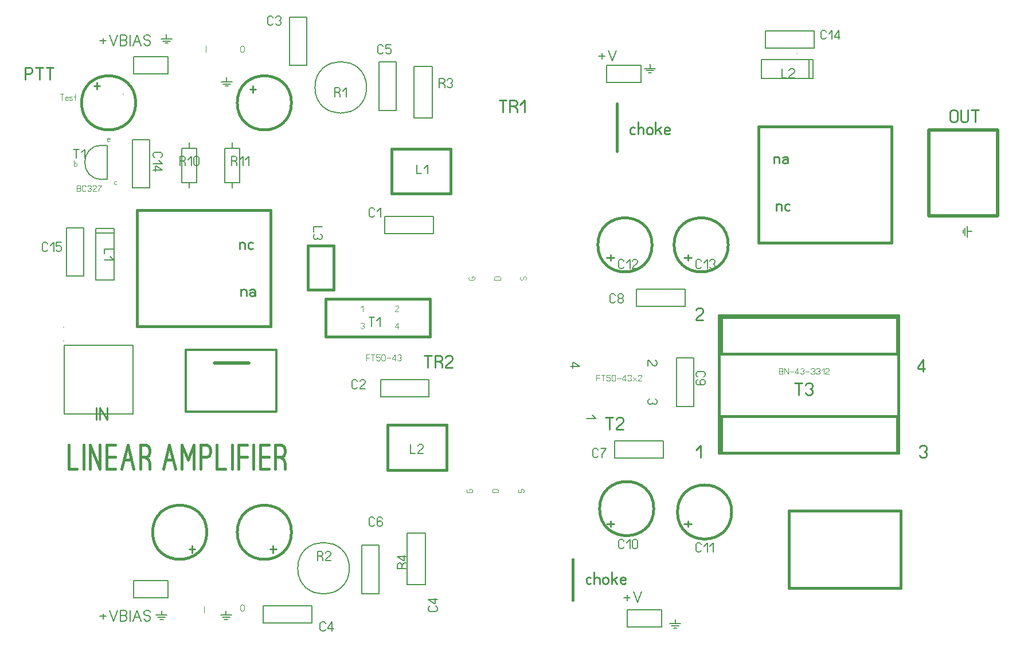
<source format=gbr>
%FSLAX34Y34*%
%MOMM*%
%LNSILK_TOP*%
G71*
G01*
%ADD10C,0.150*%
%ADD11C,0.144*%
%ADD12C,0.167*%
%ADD13C,0.111*%
%ADD14C,0.222*%
%ADD15C,0.444*%
%ADD16C,0.400*%
%ADD17C,0.200*%
%ADD18C,0.500*%
%ADD19C,0.300*%
%LPD*%
G54D10*
X80756Y432519D02*
X182356Y432519D01*
X182356Y330919D01*
X80756Y330919D01*
X80756Y432519D01*
G54D11*
X80006Y459269D02*
X80006Y459269D01*
G54D11*
X80006Y439769D02*
X80006Y439769D01*
G54D12*
X629357Y47066D02*
X631024Y46066D01*
X631857Y44066D01*
X631857Y42066D01*
X631024Y40066D01*
X629357Y39066D01*
X621024Y39066D01*
X619357Y40066D01*
X618524Y42066D01*
X618524Y44066D01*
X619357Y46066D01*
X621024Y47066D01*
G54D12*
X631857Y56734D02*
X618524Y56734D01*
X626857Y50734D01*
X628524Y50734D01*
X628524Y58734D01*
G54D13*
X682396Y531601D02*
X682396Y534268D01*
X685174Y534268D01*
X686286Y533601D01*
X686841Y532268D01*
X686841Y530935D01*
X686286Y529601D01*
X685174Y528935D01*
X679619Y528935D01*
X678508Y529601D01*
X677952Y530935D01*
X677952Y532268D01*
X678508Y533601D01*
X679619Y534268D01*
G54D13*
X724941Y528934D02*
X716052Y528935D01*
X716052Y532268D01*
X716608Y533601D01*
X717719Y534268D01*
X723274Y534268D01*
X724386Y533601D01*
X724941Y532268D01*
X724941Y528934D01*
G54D13*
X761374Y528935D02*
X762485Y529601D01*
X763041Y530935D01*
X763041Y532268D01*
X762485Y533601D01*
X761374Y534268D01*
X760263Y534268D01*
X759152Y533601D01*
X758597Y532268D01*
X758597Y530935D01*
X758041Y529601D01*
X756930Y528935D01*
X755819Y528935D01*
X754708Y529601D01*
X754152Y530935D01*
X754152Y532268D01*
X754708Y533601D01*
X755819Y534268D01*
G54D14*
X728476Y777331D02*
X728476Y795109D01*
G54D14*
X723142Y795109D02*
X733809Y795109D01*
G54D14*
X744032Y786220D02*
X748032Y783998D01*
X749365Y781776D01*
X749365Y777331D01*
G54D14*
X738698Y777332D02*
X738698Y795109D01*
X745365Y795109D01*
X748032Y793998D01*
X749365Y791776D01*
X749365Y789554D01*
X748032Y787331D01*
X745365Y786220D01*
X738698Y786220D01*
G54D14*
X754254Y788443D02*
X760921Y795109D01*
X760921Y777331D01*
G54D15*
X87331Y285112D02*
X87331Y249556D01*
X99776Y249556D01*
G54D15*
X109553Y249556D02*
X109553Y285112D01*
G54D15*
X119331Y249556D02*
X119331Y285112D01*
X133554Y249556D01*
X133554Y285112D01*
G54D15*
X155776Y249556D02*
X143331Y249556D01*
X143331Y285112D01*
X155776Y285112D01*
G54D15*
X143331Y267334D02*
X155776Y267334D01*
G54D15*
X165553Y249556D02*
X174442Y285112D01*
X183331Y249556D01*
G54D15*
X169109Y262890D02*
X179776Y262890D01*
G54D15*
X200220Y267334D02*
X205554Y262890D01*
X207332Y258445D01*
X207332Y249556D01*
G54D15*
X193109Y249556D02*
X193109Y285112D01*
X201998Y285112D01*
X205554Y282890D01*
X207332Y278445D01*
X207332Y274001D01*
X205554Y269556D01*
X201998Y267334D01*
X193109Y267334D01*
G54D15*
X227243Y249556D02*
X236132Y285112D01*
X245021Y249556D01*
G54D15*
X230799Y262890D02*
X241466Y262890D01*
G54D15*
X254799Y249556D02*
X254799Y285112D01*
X263688Y262890D01*
X272577Y285112D01*
X272577Y249556D01*
G54D15*
X282355Y249556D02*
X282355Y285112D01*
X291244Y285112D01*
X294800Y282890D01*
X296578Y278445D01*
X296578Y274001D01*
X294800Y269556D01*
X291244Y267334D01*
X282355Y267334D01*
G54D15*
X306355Y285112D02*
X306355Y249556D01*
X318800Y249556D01*
G54D15*
X328577Y249556D02*
X328577Y285112D01*
G54D15*
X338355Y249556D02*
X338355Y285112D01*
X350800Y285112D01*
G54D15*
X338355Y267334D02*
X350800Y267334D01*
G54D15*
X360577Y249556D02*
X360577Y285112D01*
G54D15*
X382800Y249556D02*
X370355Y249556D01*
X370355Y285112D01*
X382800Y285112D01*
G54D15*
X370355Y267334D02*
X382800Y267334D01*
G54D15*
X399688Y267334D02*
X405022Y262890D01*
X406800Y258445D01*
X406800Y249556D01*
G54D15*
X392577Y249556D02*
X392577Y285112D01*
X401466Y285112D01*
X405022Y282890D01*
X406800Y278445D01*
X406800Y274001D01*
X405022Y269556D01*
X401466Y267334D01*
X392577Y267334D01*
G54D14*
X1399979Y777074D02*
X1399979Y765963D01*
X1398645Y763741D01*
X1395979Y762630D01*
X1393312Y762630D01*
X1390645Y763741D01*
X1389312Y765963D01*
X1389312Y777074D01*
X1390645Y779297D01*
X1393312Y780408D01*
X1395979Y780408D01*
X1398646Y779296D01*
X1399979Y777074D01*
G54D14*
X1404868Y780408D02*
X1404868Y765963D01*
X1406201Y763741D01*
X1408868Y762630D01*
X1411535Y762630D01*
X1414201Y763741D01*
X1415535Y765963D01*
X1415535Y780408D01*
G54D14*
X1425757Y762630D02*
X1425757Y780408D01*
G54D14*
X1420424Y780408D02*
X1431091Y780408D01*
G54D12*
X579153Y106566D02*
X580820Y109566D01*
X582486Y110566D01*
X585820Y110566D01*
G54D12*
X585820Y102566D02*
X572486Y102566D01*
X572486Y107566D01*
X573320Y109566D01*
X574986Y110566D01*
X576653Y110566D01*
X578320Y109566D01*
X579153Y107566D01*
X579153Y102566D01*
G54D12*
X585820Y120234D02*
X572486Y120234D01*
X580820Y114234D01*
X582486Y114234D01*
X582486Y122234D01*
G54D16*
X558300Y315000D02*
X645612Y315000D01*
X645612Y248325D01*
X558300Y248325D01*
X558300Y315000D01*
G54D10*
G75*
G01X527274Y813857D02*
G03X527274Y813857I-38100J0D01*
G01*
G54D10*
X571064Y851574D02*
X545664Y851574D01*
X545664Y779974D01*
X571064Y779974D01*
X571064Y851574D01*
G54D16*
X563856Y656709D02*
X651169Y656709D01*
X651169Y723384D01*
X563856Y723384D01*
X563856Y656709D01*
G54D12*
X601573Y699600D02*
X601573Y686267D01*
X608573Y686267D01*
G54D12*
X612240Y694600D02*
X617240Y699600D01*
X617240Y686267D01*
G54D12*
X592335Y285802D02*
X592335Y272469D01*
X599335Y272469D01*
G54D12*
X611002Y272469D02*
X603002Y272469D01*
X603002Y273302D01*
X604002Y274969D01*
X610002Y279969D01*
X611002Y281636D01*
X611002Y283302D01*
X610002Y284969D01*
X608002Y285802D01*
X606002Y285802D01*
X604002Y284969D01*
X603002Y283302D01*
G54D16*
X466690Y445639D02*
X466690Y501202D01*
X620677Y501202D01*
X620677Y445639D01*
X466690Y445639D01*
G54D12*
X534842Y460868D02*
X534842Y474201D01*
G54D12*
X530842Y474201D02*
X538842Y474201D01*
G54D12*
X542509Y469201D02*
X547509Y474201D01*
X547509Y460868D01*
G54D16*
X478752Y580184D02*
X478752Y515096D01*
X440652Y515096D01*
X440652Y580184D01*
X478752Y580184D01*
G54D12*
X462065Y607604D02*
X448732Y607604D01*
X448732Y600604D01*
G54D12*
X459565Y596938D02*
X461232Y595938D01*
X462065Y593938D01*
X462065Y591938D01*
X461232Y589938D01*
X459565Y588938D01*
X457899Y588938D01*
X456232Y589938D01*
X455399Y591938D01*
X454565Y589938D01*
X452899Y588938D01*
X451232Y588938D01*
X449565Y589938D01*
X448732Y591938D01*
X448732Y593938D01*
X449565Y595938D01*
X451232Y596938D01*
G54D10*
X554314Y597259D02*
X554314Y622660D01*
X625914Y622659D01*
X625914Y597259D01*
X554314Y597259D01*
G54D10*
X547963Y355960D02*
X547963Y381360D01*
X619564Y381360D01*
X619563Y355960D01*
X547963Y355960D01*
G54D14*
X885659Y308343D02*
X885659Y326120D01*
G54D14*
X880326Y326120D02*
X890993Y326120D01*
G54D14*
X906549Y308343D02*
X895882Y308343D01*
X895882Y309454D01*
X897215Y311676D01*
X905215Y318343D01*
X906549Y320565D01*
X906549Y322787D01*
X905215Y325009D01*
X902549Y326120D01*
X899882Y326120D01*
X897215Y325009D01*
X895882Y322787D01*
G54D13*
X679222Y217276D02*
X679222Y219943D01*
X681999Y219943D01*
X683110Y219276D01*
X683666Y217943D01*
X683666Y216610D01*
X683110Y215276D01*
X681999Y214610D01*
X676444Y214610D01*
X675333Y215276D01*
X674777Y216610D01*
X674777Y217943D01*
X675333Y219276D01*
X676444Y219943D01*
G54D13*
X721766Y214610D02*
X712877Y214610D01*
X712877Y217943D01*
X713432Y219276D01*
X714544Y219943D01*
X720099Y219943D01*
X721210Y219276D01*
X721766Y217943D01*
X721766Y214610D01*
G54D13*
X758199Y214610D02*
X759310Y215276D01*
X759866Y216610D01*
X759866Y217943D01*
X759310Y219276D01*
X758199Y219943D01*
X757088Y219943D01*
X755977Y219276D01*
X755422Y217943D01*
X755422Y216610D01*
X754866Y215276D01*
X753755Y214610D01*
X752644Y214610D01*
X751532Y215276D01*
X750977Y216610D01*
X750977Y217943D01*
X751533Y219276D01*
X752644Y219943D01*
G54D16*
X1047775Y273700D02*
X1312888Y273700D01*
X1312888Y476900D01*
X1047775Y476900D01*
X1047775Y273700D01*
G54D16*
X1050950Y419750D02*
X1311300Y419750D01*
X1311300Y473725D01*
X1050950Y473725D01*
X1050950Y419750D01*
G54D16*
X1050950Y273700D02*
X1311300Y273700D01*
X1311300Y327675D01*
X1050950Y327675D01*
X1050950Y273700D01*
G54D12*
X860846Y329262D02*
X865846Y324262D01*
X852512Y324262D01*
G54D12*
X943000Y402225D02*
X943000Y410225D01*
X943833Y410225D01*
X945500Y409225D01*
X950500Y403225D01*
X952167Y402225D01*
X953833Y402225D01*
X955500Y403225D01*
X956333Y405225D01*
X956333Y407225D01*
X955500Y409225D01*
X953833Y410225D01*
G54D12*
X828700Y401050D02*
X842033Y401050D01*
X833700Y407050D01*
X832033Y407050D01*
X832033Y399050D01*
G54D12*
X953833Y353075D02*
X955500Y352075D01*
X956333Y350075D01*
X956333Y348075D01*
X955500Y346075D01*
X953833Y345075D01*
X952167Y345075D01*
X950500Y346075D01*
X949667Y348075D01*
X948833Y346075D01*
X947167Y345075D01*
X945500Y345075D01*
X943833Y346075D01*
X943000Y348075D01*
X943000Y350075D01*
X943833Y352075D01*
X945500Y353075D01*
G54D10*
X1010802Y342385D02*
X985401Y342385D01*
X985402Y413985D01*
X1010802Y413985D01*
X1010802Y342385D01*
G54D14*
X882103Y168413D02*
X892770Y168413D01*
G54D14*
X887436Y172857D02*
X887436Y163968D01*
G54D14*
X996403Y168413D02*
X1007070Y168413D01*
G54D14*
X1001736Y172857D02*
X1001736Y163968D01*
G54D14*
X882103Y562113D02*
X892770Y562113D01*
G54D14*
X887436Y566557D02*
X887436Y557668D01*
G54D14*
X996403Y562113D02*
X1007070Y562113D01*
G54D14*
X1001736Y566557D02*
X1001736Y557668D01*
G54D17*
X869984Y859993D02*
X879584Y859993D01*
G54D17*
X874784Y863993D02*
X874784Y855993D01*
G54D17*
X883984Y868993D02*
X889984Y852993D01*
X895984Y868993D01*
G54D10*
X932974Y846429D02*
X932974Y821028D01*
X882174Y821029D01*
X882174Y846429D01*
X932974Y846429D01*
G54D17*
X945763Y848103D02*
X945763Y841753D01*
G54D17*
X953701Y841753D02*
X937826Y841753D01*
G54D17*
X940207Y838578D02*
X951319Y838578D01*
G54D17*
X948144Y835403D02*
X943382Y835403D01*
G54D17*
X907284Y59093D02*
X916884Y59093D01*
G54D17*
X912084Y63093D02*
X912084Y55093D01*
G54D17*
X921284Y68093D02*
X927284Y52093D01*
X933284Y68093D01*
G54D10*
X962974Y41728D02*
X962974Y16328D01*
X912174Y16329D01*
X912174Y41729D01*
X962974Y41728D01*
G54D17*
X983063Y27203D02*
X983063Y20853D01*
G54D17*
X991001Y20853D02*
X975126Y20853D01*
G54D17*
X977507Y17678D02*
X988619Y17678D01*
G54D17*
X985444Y14503D02*
X980682Y14503D01*
G54D10*
G75*
G01X501874Y102851D02*
G03X501874Y102851I-38100J0D01*
G01*
G54D10*
X545664Y65134D02*
X520264Y65134D01*
X520264Y136734D01*
X545664Y136734D01*
X545664Y65134D01*
G54D17*
X133384Y882693D02*
X142984Y882693D01*
G54D17*
X138184Y886693D02*
X138184Y878693D01*
G54D17*
X147384Y891693D02*
X153384Y875693D01*
X159384Y891693D01*
G54D17*
X163784Y875693D02*
X163784Y891693D01*
X169784Y891693D01*
X172184Y890693D01*
X173384Y888693D01*
X173384Y886693D01*
X172184Y884693D01*
X169784Y883693D01*
X172184Y882693D01*
X173384Y880693D01*
X173384Y878693D01*
X172184Y876693D01*
X169784Y875693D01*
X163784Y875693D01*
G54D17*
X163784Y883693D02*
X169784Y883693D01*
G54D17*
X177784Y875693D02*
X177784Y891693D01*
G54D17*
X182184Y875693D02*
X188184Y891693D01*
X194184Y875693D01*
G54D17*
X184584Y881693D02*
X191784Y881693D01*
G54D17*
X198584Y878693D02*
X199784Y876693D01*
X202184Y875693D01*
X204584Y875693D01*
X206984Y876693D01*
X208184Y878693D01*
X208184Y880693D01*
X206984Y882693D01*
X204584Y883693D01*
X202184Y883693D01*
X199784Y884693D01*
X198584Y886693D01*
X198584Y888693D01*
X199784Y890693D01*
X202184Y891693D01*
X204584Y891693D01*
X206984Y890693D01*
X208184Y888693D01*
G54D10*
X234474Y859129D02*
X234474Y833728D01*
X183674Y833729D01*
X183674Y859129D01*
X234474Y859129D01*
G54D17*
X231872Y892082D02*
X231873Y885732D01*
G54D17*
X239810Y885732D02*
X223935Y885732D01*
G54D17*
X226316Y882557D02*
X237429Y882557D01*
G54D17*
X234254Y879382D02*
X229492Y879382D01*
G54D17*
X133384Y31792D02*
X142984Y31792D01*
G54D17*
X138184Y35792D02*
X138184Y27792D01*
G54D17*
X147384Y40792D02*
X153384Y24792D01*
X159384Y40792D01*
G54D17*
X163784Y24792D02*
X163784Y40792D01*
X169784Y40792D01*
X172184Y39792D01*
X173384Y37792D01*
X173384Y35792D01*
X172184Y33792D01*
X169784Y32792D01*
X172184Y31792D01*
X173384Y29792D01*
X173384Y27792D01*
X172184Y25792D01*
X169784Y24792D01*
X163784Y24792D01*
G54D17*
X163784Y32792D02*
X169784Y32792D01*
G54D17*
X177784Y24792D02*
X177784Y40792D01*
G54D17*
X182184Y24792D02*
X188184Y40792D01*
X194184Y24792D01*
G54D17*
X184584Y30792D02*
X191784Y30792D01*
G54D17*
X198584Y27792D02*
X199784Y25792D01*
X202184Y24792D01*
X204584Y24792D01*
X206984Y25792D01*
X208184Y27792D01*
X208184Y29792D01*
X206984Y31792D01*
X204584Y32792D01*
X202184Y32792D01*
X199784Y33792D01*
X198584Y35792D01*
X198584Y37792D01*
X199784Y39792D01*
X202184Y40792D01*
X204584Y40792D01*
X206984Y39792D01*
X208184Y37792D01*
G54D10*
X234474Y84428D02*
X234474Y59028D01*
X183674Y59029D01*
X183674Y84429D01*
X234474Y84428D01*
G54D17*
X224563Y39903D02*
X224563Y33553D01*
G54D17*
X232501Y33553D02*
X216626Y33553D01*
G54D17*
X219007Y30378D02*
X230119Y30378D01*
G54D17*
X226944Y27203D02*
X222182Y27203D01*
G54D10*
X154452Y528854D02*
X127052Y528854D01*
X127052Y605054D01*
X154452Y605054D01*
X154452Y528854D01*
G54D10*
X127052Y598754D02*
X154452Y598754D01*
G54D10*
X84294Y534680D02*
X109694Y534680D01*
X109694Y606280D01*
X84294Y606280D01*
X84294Y534680D01*
G54D12*
X153818Y574636D02*
X140485Y574636D01*
X140485Y567636D01*
G54D12*
X148818Y563969D02*
X153818Y558969D01*
X140485Y558969D01*
G54D10*
X136659Y728421D02*
X144659Y728421D01*
X144659Y677695D01*
X136659Y677695D01*
G54D10*
G75*
G01X136697Y728551D02*
G03X136697Y677551I0J-25500D01*
G01*
G54D10*
X181562Y665341D02*
X206962Y665341D01*
X206962Y736941D01*
X181562Y736941D01*
X181562Y665341D01*
G54D12*
X214853Y709964D02*
X213187Y710964D01*
X212353Y712964D01*
X212353Y714964D01*
X213187Y716964D01*
X214853Y717964D01*
X223187Y717964D01*
X224853Y716964D01*
X225687Y714964D01*
X225687Y712964D01*
X224853Y710964D01*
X223187Y709964D01*
G54D12*
X220687Y706298D02*
X225687Y701298D01*
X212353Y701298D01*
G54D12*
X212353Y691630D02*
X225687Y691630D01*
X217353Y697630D01*
X215687Y697630D01*
X215687Y689630D01*
G54D10*
X276639Y673244D02*
X254464Y673244D01*
X254464Y723944D01*
X276639Y723944D01*
X276639Y673244D01*
G54D10*
X265551Y673044D02*
X265551Y665144D01*
G54D10*
X265551Y724044D02*
X265551Y731944D01*
G54D10*
X340139Y673244D02*
X317964Y673244D01*
X317964Y723944D01*
X340138Y723944D01*
X340139Y673244D01*
G54D10*
X329051Y673044D02*
X329051Y665144D01*
G54D10*
X329051Y724044D02*
X329051Y731944D01*
G54D18*
X302516Y406307D02*
X353316Y406307D01*
G54D18*
X1459482Y624031D02*
X1357882Y624031D01*
X1357882Y751031D01*
X1459482Y751031D01*
X1459482Y624031D01*
G54D14*
X23116Y825407D02*
X23116Y843185D01*
X29783Y843185D01*
X32449Y842074D01*
X33783Y839851D01*
X33783Y837629D01*
X32449Y835407D01*
X29783Y834296D01*
X23116Y834296D01*
G54D14*
X44005Y825407D02*
X44005Y843185D01*
G54D14*
X38672Y843185D02*
X49339Y843185D01*
G54D14*
X59561Y825407D02*
X59561Y843185D01*
G54D14*
X54228Y843185D02*
X64895Y843185D01*
G54D14*
X617976Y399832D02*
X617976Y417609D01*
G54D14*
X612642Y417609D02*
X623309Y417609D01*
G54D14*
X633532Y408720D02*
X637532Y406498D01*
X638865Y404276D01*
X638865Y399832D01*
G54D14*
X628198Y399832D02*
X628198Y417609D01*
X634865Y417609D01*
X637532Y416498D01*
X638865Y414276D01*
X638865Y412054D01*
X637532Y409832D01*
X634865Y408720D01*
X628198Y408720D01*
G54D14*
X654421Y399832D02*
X643754Y399832D01*
X643754Y400943D01*
X645088Y403165D01*
X653088Y409832D01*
X654421Y412054D01*
X654421Y414276D01*
X653088Y416498D01*
X650421Y417609D01*
X647754Y417609D01*
X645088Y416498D01*
X643754Y414276D01*
G54D14*
X1013716Y277718D02*
X1020383Y284385D01*
X1020383Y266607D01*
G54D14*
X1024383Y469807D02*
X1013716Y469807D01*
X1013716Y470918D01*
X1015049Y473140D01*
X1023049Y479807D01*
X1024383Y482029D01*
X1024383Y484251D01*
X1023049Y486474D01*
X1020383Y487585D01*
X1017716Y487585D01*
X1015049Y486474D01*
X1013716Y484251D01*
G54D14*
X1343916Y281052D02*
X1345249Y283274D01*
X1347916Y284385D01*
X1350583Y284385D01*
X1353249Y283274D01*
X1354583Y281052D01*
X1354583Y278829D01*
X1353249Y276607D01*
X1350583Y275496D01*
X1353249Y274385D01*
X1354583Y272162D01*
X1354583Y269940D01*
X1353249Y267718D01*
X1350583Y266607D01*
X1347916Y266607D01*
X1345249Y267718D01*
X1343916Y269940D01*
G54D14*
X1349216Y393607D02*
X1349216Y411385D01*
X1341216Y400274D01*
X1341216Y398051D01*
X1351883Y398051D01*
G54D14*
X1165059Y359143D02*
X1165059Y376920D01*
G54D14*
X1159726Y376920D02*
X1170393Y376920D01*
G54D14*
X1175282Y373587D02*
X1176615Y375809D01*
X1179282Y376920D01*
X1181949Y376920D01*
X1184615Y375809D01*
X1185949Y373587D01*
X1185949Y371365D01*
X1184615Y369143D01*
X1181949Y368032D01*
X1184615Y366920D01*
X1185949Y364698D01*
X1185949Y362476D01*
X1184615Y360254D01*
X1181949Y359143D01*
X1179282Y359143D01*
X1176615Y360254D01*
X1175282Y362476D01*
G54D13*
X518416Y488063D02*
X521749Y491396D01*
X521749Y482507D01*
G54D13*
X518416Y464329D02*
X519083Y465440D01*
X520416Y465996D01*
X521749Y465996D01*
X523083Y465440D01*
X523749Y464329D01*
X523749Y463218D01*
X523083Y462107D01*
X521749Y461551D01*
X523083Y460996D01*
X523749Y459885D01*
X523749Y458774D01*
X523083Y457663D01*
X521749Y457107D01*
X520416Y457107D01*
X519083Y457663D01*
X518416Y458774D01*
G54D13*
X574549Y482507D02*
X569216Y482507D01*
X569216Y483063D01*
X569883Y484174D01*
X573883Y487507D01*
X574549Y488618D01*
X574549Y489729D01*
X573883Y490840D01*
X572549Y491396D01*
X571216Y491396D01*
X569883Y490840D01*
X569216Y489729D01*
G54D13*
X573216Y457107D02*
X573216Y465996D01*
X569216Y460440D01*
X569216Y459329D01*
X574549Y459329D01*
G54D12*
X389416Y908707D02*
X388416Y907040D01*
X386416Y906207D01*
X384416Y906207D01*
X382416Y907040D01*
X381416Y908707D01*
X381416Y917040D01*
X382416Y918707D01*
X384416Y919540D01*
X386416Y919540D01*
X388416Y918707D01*
X389416Y917040D01*
G54D12*
X393083Y917040D02*
X394083Y918707D01*
X396083Y919540D01*
X398083Y919540D01*
X400083Y918707D01*
X401083Y917040D01*
X401083Y915374D01*
X400083Y913707D01*
X398083Y912874D01*
X400083Y912040D01*
X401083Y910374D01*
X401083Y908707D01*
X400083Y907040D01*
X398083Y906207D01*
X396083Y906207D01*
X394083Y907040D01*
X393083Y908707D01*
G54D12*
X484316Y806674D02*
X487316Y805007D01*
X488316Y803340D01*
X488316Y800007D01*
G54D12*
X480316Y800007D02*
X480316Y813340D01*
X485316Y813340D01*
X487316Y812507D01*
X488316Y810840D01*
X488316Y809174D01*
X487316Y807507D01*
X485316Y806674D01*
X480316Y806674D01*
G54D12*
X491983Y808340D02*
X496983Y813340D01*
X496983Y800007D01*
G54D12*
X551816Y866007D02*
X550816Y864340D01*
X548816Y863507D01*
X546816Y863507D01*
X544816Y864340D01*
X543816Y866007D01*
X543816Y874340D01*
X544816Y876007D01*
X546816Y876840D01*
X548816Y876840D01*
X550816Y876007D01*
X551816Y874340D01*
G54D12*
X563483Y876840D02*
X555483Y876840D01*
X555483Y871007D01*
X556483Y871007D01*
X558483Y871840D01*
X560483Y871840D01*
X562483Y871007D01*
X563483Y869340D01*
X563483Y866007D01*
X562483Y864340D01*
X560483Y863507D01*
X558483Y863507D01*
X556483Y864340D01*
X555483Y866007D01*
G54D12*
X638616Y820174D02*
X641616Y818507D01*
X642616Y816840D01*
X642616Y813507D01*
G54D12*
X634616Y813507D02*
X634616Y826840D01*
X639616Y826840D01*
X641616Y826007D01*
X642616Y824340D01*
X642616Y822674D01*
X641616Y821007D01*
X639616Y820174D01*
X634616Y820174D01*
G54D12*
X646283Y824340D02*
X647283Y826007D01*
X649283Y826840D01*
X651283Y826840D01*
X653283Y826007D01*
X654283Y824340D01*
X654283Y822674D01*
X653283Y821007D01*
X651283Y820174D01*
X653283Y819340D01*
X654283Y817674D01*
X654283Y816007D01*
X653283Y814340D01*
X651283Y813507D01*
X649283Y813507D01*
X647283Y814340D01*
X646283Y816007D01*
G54D12*
X539116Y624707D02*
X538116Y623040D01*
X536116Y622207D01*
X534116Y622207D01*
X532116Y623040D01*
X531116Y624707D01*
X531116Y633040D01*
X532116Y634707D01*
X534116Y635540D01*
X536116Y635540D01*
X538116Y634707D01*
X539116Y633040D01*
G54D12*
X542783Y630540D02*
X547783Y635540D01*
X547783Y622207D01*
G54D12*
X466716Y12507D02*
X465716Y10840D01*
X463716Y10007D01*
X461716Y10007D01*
X459716Y10840D01*
X458716Y12507D01*
X458716Y20840D01*
X459716Y22507D01*
X461716Y23340D01*
X463716Y23340D01*
X465716Y22507D01*
X466716Y20840D01*
G54D12*
X476383Y10007D02*
X476383Y23340D01*
X470383Y15007D01*
X470383Y13340D01*
X478383Y13340D01*
G54D12*
X458916Y120874D02*
X461916Y119207D01*
X462916Y117540D01*
X462916Y114207D01*
G54D12*
X454916Y114207D02*
X454916Y127540D01*
X459916Y127540D01*
X461916Y126707D01*
X462916Y125040D01*
X462916Y123374D01*
X461916Y121707D01*
X459916Y120874D01*
X454916Y120874D01*
G54D12*
X474583Y114207D02*
X466583Y114207D01*
X466583Y115040D01*
X467583Y116707D01*
X473583Y121707D01*
X474583Y123374D01*
X474583Y125040D01*
X473583Y126707D01*
X471583Y127540D01*
X469583Y127540D01*
X467583Y126707D01*
X466583Y125040D01*
G54D12*
X539116Y167507D02*
X538116Y165840D01*
X536116Y165007D01*
X534116Y165007D01*
X532116Y165840D01*
X531116Y167507D01*
X531116Y175840D01*
X532116Y177507D01*
X534116Y178340D01*
X536116Y178340D01*
X538116Y177507D01*
X539116Y175840D01*
G54D12*
X550783Y175840D02*
X549783Y177507D01*
X547783Y178340D01*
X545783Y178340D01*
X543783Y177507D01*
X542783Y175840D01*
X542783Y171674D01*
X542783Y170840D01*
X545783Y172507D01*
X547783Y172507D01*
X549783Y171674D01*
X550783Y170007D01*
X550783Y167507D01*
X549783Y165840D01*
X547783Y165007D01*
X545783Y165007D01*
X543783Y165840D01*
X542783Y167507D01*
X542783Y171674D01*
G54D12*
X513716Y370707D02*
X512716Y369040D01*
X510716Y368207D01*
X508716Y368207D01*
X506716Y369040D01*
X505716Y370707D01*
X505716Y379040D01*
X506716Y380707D01*
X508716Y381540D01*
X510716Y381540D01*
X512716Y380707D01*
X513716Y379040D01*
G54D12*
X525383Y368207D02*
X517383Y368207D01*
X517383Y369040D01*
X518383Y370707D01*
X524383Y375707D01*
X525383Y377374D01*
X525383Y379040D01*
X524383Y380707D01*
X522383Y381540D01*
X520383Y381540D01*
X518383Y380707D01*
X517383Y379040D01*
G54D12*
X98716Y709207D02*
X98716Y722540D01*
G54D12*
X94716Y722540D02*
X102716Y722540D01*
G54D12*
X106383Y717540D02*
X111383Y722540D01*
X111383Y709207D01*
G54D12*
X255716Y705074D02*
X258716Y703407D01*
X259716Y701740D01*
X259716Y698407D01*
G54D12*
X251716Y698407D02*
X251716Y711740D01*
X256716Y711740D01*
X258716Y710907D01*
X259716Y709240D01*
X259716Y707574D01*
X258716Y705907D01*
X256716Y705074D01*
X251716Y705074D01*
G54D12*
X263383Y706740D02*
X268383Y711740D01*
X268383Y698407D01*
G54D12*
X280050Y709240D02*
X280050Y700907D01*
X279050Y699240D01*
X277050Y698407D01*
X275050Y698407D01*
X273050Y699240D01*
X272050Y700907D01*
X272050Y709240D01*
X273050Y710907D01*
X275050Y711740D01*
X277050Y711740D01*
X279050Y710907D01*
X280050Y709240D01*
G54D12*
X331916Y705074D02*
X334916Y703407D01*
X335916Y701740D01*
X335916Y698407D01*
G54D12*
X327916Y698407D02*
X327916Y711740D01*
X332916Y711740D01*
X334916Y710907D01*
X335916Y709240D01*
X335916Y707574D01*
X334916Y705907D01*
X332916Y705074D01*
X327916Y705074D01*
G54D12*
X339583Y706740D02*
X344583Y711740D01*
X344583Y698407D01*
G54D12*
X348250Y706740D02*
X353250Y711740D01*
X353250Y698407D01*
G54D12*
X56516Y573907D02*
X55516Y572240D01*
X53516Y571407D01*
X51516Y571407D01*
X49516Y572240D01*
X48516Y573907D01*
X48516Y582240D01*
X49516Y583907D01*
X51516Y584740D01*
X53516Y584740D01*
X55516Y583907D01*
X56516Y582240D01*
G54D12*
X60183Y579740D02*
X65183Y584740D01*
X65183Y571407D01*
G54D12*
X76850Y584740D02*
X68850Y584740D01*
X68850Y578907D01*
X69850Y578907D01*
X71850Y579740D01*
X73850Y579740D01*
X75850Y578907D01*
X76850Y577240D01*
X76850Y573907D01*
X75850Y572240D01*
X73850Y571407D01*
X71850Y571407D01*
X69850Y572240D01*
X68850Y573907D01*
G54D12*
X1016216Y385607D02*
X1014549Y386607D01*
X1013716Y388607D01*
X1013716Y390607D01*
X1014549Y392607D01*
X1016216Y393607D01*
X1024549Y393607D01*
X1026216Y392607D01*
X1027049Y390607D01*
X1027049Y388607D01*
X1026216Y386607D01*
X1024549Y385607D01*
G54D12*
X1016216Y381940D02*
X1014549Y380940D01*
X1013716Y378940D01*
X1013716Y376940D01*
X1014549Y374940D01*
X1016216Y373940D01*
X1020383Y373940D01*
X1021216Y373940D01*
X1019549Y376940D01*
X1019549Y378940D01*
X1020383Y380940D01*
X1022049Y381940D01*
X1024549Y381940D01*
X1026216Y380940D01*
X1027049Y378940D01*
X1027049Y376940D01*
X1026216Y374940D01*
X1024549Y373940D01*
X1020383Y373940D01*
G54D10*
X997711Y489963D02*
X997712Y515363D01*
X926111Y515363D01*
X926111Y489963D01*
X997711Y489963D01*
G54D10*
X893894Y291251D02*
X893893Y265850D01*
X965494Y265850D01*
X965493Y291250D01*
X893894Y291251D01*
G54D12*
X1162652Y864116D02*
X1162652Y864116D01*
G54D12*
X869316Y269107D02*
X868316Y267440D01*
X866316Y266607D01*
X864316Y266607D01*
X862316Y267440D01*
X861316Y269107D01*
X861316Y277440D01*
X862316Y279107D01*
X864316Y279940D01*
X866316Y279940D01*
X868316Y279107D01*
X869316Y277440D01*
G54D12*
X872983Y279940D02*
X880983Y279940D01*
X879983Y278274D01*
X877983Y275774D01*
X875983Y272440D01*
X874983Y269940D01*
X874983Y266607D01*
G54D12*
X894716Y497707D02*
X893716Y496040D01*
X891716Y495207D01*
X889716Y495207D01*
X887716Y496040D01*
X886716Y497707D01*
X886716Y506040D01*
X887716Y507707D01*
X889716Y508540D01*
X891716Y508540D01*
X893716Y507707D01*
X894716Y506040D01*
G54D12*
X903383Y501874D02*
X901383Y501874D01*
X899383Y502707D01*
X898383Y504374D01*
X898383Y506040D01*
X899383Y507707D01*
X901383Y508540D01*
X903383Y508540D01*
X905383Y507707D01*
X906383Y506040D01*
X906383Y504374D01*
X905383Y502707D01*
X903383Y501874D01*
X905383Y501040D01*
X906383Y499374D01*
X906383Y497707D01*
X905383Y496040D01*
X903383Y495207D01*
X901383Y495207D01*
X899383Y496040D01*
X898383Y497707D01*
X898383Y499374D01*
X899383Y501040D01*
X901383Y501874D01*
G54D12*
X907416Y134807D02*
X906416Y133140D01*
X904416Y132307D01*
X902416Y132307D01*
X900416Y133140D01*
X899416Y134807D01*
X899416Y143140D01*
X900416Y144807D01*
X902416Y145640D01*
X904416Y145640D01*
X906416Y144807D01*
X907416Y143140D01*
G54D12*
X911083Y140640D02*
X916083Y145640D01*
X916083Y132307D01*
G54D12*
X927750Y143140D02*
X927750Y134807D01*
X926750Y133140D01*
X924750Y132307D01*
X922750Y132307D01*
X920750Y133140D01*
X919750Y134807D01*
X919750Y143140D01*
X920750Y144807D01*
X922750Y145640D01*
X924750Y145640D01*
X926750Y144807D01*
X927750Y143140D01*
G54D12*
X1021716Y129807D02*
X1020716Y128140D01*
X1018716Y127307D01*
X1016716Y127307D01*
X1014716Y128140D01*
X1013716Y129807D01*
X1013716Y138140D01*
X1014716Y139807D01*
X1016716Y140640D01*
X1018716Y140640D01*
X1020716Y139807D01*
X1021716Y138140D01*
G54D12*
X1025383Y135640D02*
X1030383Y140640D01*
X1030383Y127307D01*
G54D12*
X1034050Y135640D02*
X1039050Y140640D01*
X1039050Y127307D01*
G54D12*
X907416Y548507D02*
X906416Y546840D01*
X904416Y546007D01*
X902416Y546007D01*
X900416Y546840D01*
X899416Y548507D01*
X899416Y556840D01*
X900416Y558507D01*
X902416Y559340D01*
X904416Y559340D01*
X906416Y558507D01*
X907416Y556840D01*
G54D12*
X911083Y554340D02*
X916083Y559340D01*
X916083Y546007D01*
G54D12*
X927750Y546007D02*
X919750Y546007D01*
X919750Y546840D01*
X920750Y548507D01*
X926750Y553507D01*
X927750Y555174D01*
X927750Y556840D01*
X926750Y558507D01*
X924750Y559340D01*
X922750Y559340D01*
X920750Y558507D01*
X919750Y556840D01*
G54D12*
X1021716Y548507D02*
X1020716Y546840D01*
X1018716Y546007D01*
X1016716Y546007D01*
X1014716Y546840D01*
X1013716Y548507D01*
X1013716Y556840D01*
X1014716Y558507D01*
X1016716Y559340D01*
X1018716Y559340D01*
X1020716Y558507D01*
X1021716Y556840D01*
G54D12*
X1025383Y554340D02*
X1030383Y559340D01*
X1030383Y546007D01*
G54D12*
X1034050Y556840D02*
X1035050Y558507D01*
X1037050Y559340D01*
X1039050Y559340D01*
X1041050Y558507D01*
X1042050Y556840D01*
X1042050Y555174D01*
X1041050Y553507D01*
X1039050Y552674D01*
X1041050Y551840D01*
X1042050Y550174D01*
X1042050Y548507D01*
X1041050Y546840D01*
X1039050Y546007D01*
X1037050Y546007D01*
X1035050Y546840D01*
X1034050Y548507D01*
G54D10*
X1110478Y827485D02*
X1110478Y854885D01*
X1186678Y854885D01*
X1186678Y827485D01*
X1110478Y827485D01*
G54D10*
X1180378Y854885D02*
X1180378Y827485D01*
G54D10*
X1116304Y897643D02*
X1116304Y872243D01*
X1187904Y872243D01*
X1187904Y897643D01*
X1116304Y897643D01*
G54D12*
X1140588Y841466D02*
X1140588Y828133D01*
X1147588Y828133D01*
G54D12*
X1159255Y828133D02*
X1151255Y828133D01*
X1151255Y828966D01*
X1152255Y830633D01*
X1158255Y835633D01*
X1159255Y837300D01*
X1159255Y838966D01*
X1158255Y840633D01*
X1156255Y841466D01*
X1154255Y841466D01*
X1152255Y840633D01*
X1151255Y838966D01*
G54D19*
X260375Y426100D02*
X393725Y426100D01*
X393725Y334025D01*
X260375Y334025D01*
X260375Y426100D01*
G54D14*
X128362Y322255D02*
X128362Y340033D01*
G54D14*
X133251Y322255D02*
X133251Y340033D01*
X143918Y322255D01*
X143918Y340033D01*
G54D16*
X1150889Y187967D02*
X1315989Y187967D01*
X1315989Y73667D01*
X1150889Y73667D01*
X1150889Y187967D01*
G54D12*
X1206239Y887667D02*
X1205239Y886000D01*
X1203239Y885167D01*
X1201239Y885167D01*
X1199239Y886000D01*
X1198239Y887667D01*
X1198239Y896000D01*
X1199239Y897667D01*
X1201239Y898500D01*
X1203239Y898500D01*
X1205239Y897667D01*
X1206239Y896000D01*
G54D12*
X1209906Y893500D02*
X1214906Y898500D01*
X1214906Y885167D01*
G54D12*
X1224573Y885167D02*
X1224573Y898500D01*
X1218573Y890167D01*
X1218573Y888500D01*
X1226573Y888500D01*
G54D13*
X290189Y866117D02*
X290189Y875006D01*
G54D13*
X346322Y873339D02*
X346322Y867784D01*
X345656Y866673D01*
X344322Y866117D01*
X342989Y866117D01*
X341656Y866673D01*
X340989Y867784D01*
X340989Y873339D01*
X341656Y874450D01*
X342989Y875006D01*
X344322Y875006D01*
X345656Y874450D01*
X346322Y873339D01*
G54D17*
X320772Y828582D02*
X320773Y822232D01*
G54D17*
X328710Y822232D02*
X312835Y822232D01*
G54D17*
X315216Y819057D02*
X326329Y819057D01*
G54D17*
X323154Y815882D02*
X318392Y815882D01*
G54D17*
X319813Y39903D02*
X319813Y33553D01*
G54D17*
X327751Y33553D02*
X311876Y33553D01*
G54D17*
X314257Y30378D02*
X325369Y30378D01*
G54D17*
X322194Y27203D02*
X317432Y27203D01*
G54D13*
X287689Y37567D02*
X287689Y46456D01*
G54D13*
X346322Y47289D02*
X346322Y41734D01*
X345656Y40622D01*
X344322Y40067D01*
X342989Y40067D01*
X341656Y40622D01*
X340989Y41734D01*
X340989Y47289D01*
X341656Y48400D01*
X342989Y48956D01*
X344322Y48956D01*
X345656Y48400D01*
X346322Y47289D01*
G54D13*
X148392Y734771D02*
X147325Y734215D01*
X145992Y734215D01*
X144659Y734771D01*
X144392Y735882D01*
X144392Y737771D01*
X145059Y738882D01*
X146392Y739215D01*
X147725Y738882D01*
X148392Y738104D01*
X148392Y736993D01*
X144392Y736993D01*
G54D13*
X95600Y697400D02*
X95600Y706289D01*
G54D13*
X95600Y700956D02*
X96267Y702067D01*
X97600Y702400D01*
X98933Y702067D01*
X99600Y700956D01*
X99600Y698733D01*
X98933Y697622D01*
X97600Y697400D01*
X96267Y697622D01*
X95600Y698733D01*
G54D13*
X158133Y674767D02*
X156800Y675100D01*
X155467Y674767D01*
X154800Y673656D01*
X154800Y671433D01*
X155467Y670322D01*
X156800Y670100D01*
X158133Y670322D01*
G54D16*
X188472Y632169D02*
X385322Y632169D01*
X385322Y460719D01*
X188472Y460719D01*
X188472Y632169D01*
G54D14*
X339626Y574798D02*
X339626Y584798D01*
G54D14*
X339626Y582576D02*
X340960Y584132D01*
X343626Y584798D01*
X346293Y584132D01*
X347626Y582576D01*
X347627Y574798D01*
G54D14*
X359182Y584132D02*
X356516Y584798D01*
X353849Y584132D01*
X352516Y581909D01*
X352516Y577465D01*
X353849Y575243D01*
X356516Y574798D01*
X359182Y575243D01*
G54D14*
X341821Y505304D02*
X341821Y515304D01*
G54D14*
X341821Y513082D02*
X343154Y514637D01*
X345821Y515304D01*
X348488Y514637D01*
X349821Y513082D01*
X349821Y505304D01*
G54D14*
X354710Y514193D02*
X357377Y515304D01*
X360576Y515304D01*
X362710Y513082D01*
X362710Y505304D01*
G54D14*
X362710Y508637D02*
X361377Y510860D01*
X358710Y511304D01*
X356043Y510860D01*
X354710Y508637D01*
X355243Y506415D01*
X357376Y505304D01*
X358710Y505304D01*
X359243Y505304D01*
X361377Y506415D01*
X362710Y508637D01*
G54D16*
X1302897Y584544D02*
X1106047Y584544D01*
X1106047Y755994D01*
X1302897Y755994D01*
X1302897Y584544D01*
G54D14*
X1132230Y631933D02*
X1132230Y641933D01*
G54D14*
X1132230Y639711D02*
X1133564Y641267D01*
X1136230Y641933D01*
X1138897Y641266D01*
X1140230Y639711D01*
X1140231Y631933D01*
G54D14*
X1151786Y641266D02*
X1149120Y641933D01*
X1146453Y641266D01*
X1145120Y639044D01*
X1145120Y634600D01*
X1146453Y632378D01*
X1149120Y631933D01*
X1151786Y632378D01*
G54D14*
X1128659Y701409D02*
X1128659Y711409D01*
G54D14*
X1128659Y709187D02*
X1129992Y710742D01*
X1132659Y711409D01*
X1135326Y710742D01*
X1136659Y709187D01*
X1136659Y701409D01*
G54D14*
X1141548Y710298D02*
X1144215Y711409D01*
X1147414Y711409D01*
X1149548Y709187D01*
X1149548Y701409D01*
G54D14*
X1149548Y704742D02*
X1148214Y706964D01*
X1145548Y707409D01*
X1142881Y706964D01*
X1141548Y704742D01*
X1142081Y702520D01*
X1144214Y701409D01*
X1145548Y701409D01*
X1146081Y701409D01*
X1148215Y702520D01*
X1149548Y704742D01*
G54D13*
X77236Y795289D02*
X77236Y804178D01*
G54D13*
X74569Y804178D02*
X79902Y804178D01*
G54D13*
X86346Y795845D02*
X85279Y795289D01*
X83946Y795289D01*
X82613Y795845D01*
X82346Y796956D01*
X82346Y798845D01*
X83013Y799956D01*
X84346Y800289D01*
X85679Y799956D01*
X86346Y799178D01*
X86346Y798067D01*
X82346Y798067D01*
G54D13*
X88790Y795845D02*
X90123Y795289D01*
X91457Y795289D01*
X92790Y795845D01*
X92790Y796956D01*
X92123Y797511D01*
X89457Y798067D01*
X88790Y798622D01*
X88790Y799733D01*
X90123Y800289D01*
X91457Y800289D01*
X92790Y799733D01*
G54D13*
X96567Y804178D02*
X96567Y795845D01*
X97234Y795289D01*
X97901Y795511D01*
G54D13*
X95234Y800289D02*
X97901Y800289D01*
G54D13*
X99569Y660289D02*
X99569Y669178D01*
X102902Y669178D01*
X104236Y668622D01*
X104902Y667511D01*
X104902Y666400D01*
X104236Y665289D01*
X102902Y664733D01*
X104236Y664178D01*
X104902Y663067D01*
X104902Y661956D01*
X104236Y660845D01*
X102902Y660289D01*
X99569Y660289D01*
G54D13*
X99569Y664733D02*
X102902Y664733D01*
G54D13*
X112679Y661956D02*
X112013Y660845D01*
X110679Y660289D01*
X109346Y660289D01*
X108013Y660845D01*
X107346Y661956D01*
X107346Y667511D01*
X108013Y668622D01*
X109346Y669178D01*
X110679Y669178D01*
X112013Y668622D01*
X112679Y667511D01*
G54D13*
X115123Y667511D02*
X115790Y668622D01*
X117123Y669178D01*
X118456Y669178D01*
X119790Y668622D01*
X120456Y667511D01*
X120456Y666400D01*
X119790Y665289D01*
X118456Y664733D01*
X119790Y664178D01*
X120456Y663067D01*
X120456Y661956D01*
X119790Y660845D01*
X118456Y660289D01*
X117123Y660289D01*
X115790Y660845D01*
X115123Y661956D01*
G54D13*
X128233Y660289D02*
X122900Y660289D01*
X122900Y660845D01*
X123567Y661956D01*
X127567Y665289D01*
X128233Y666400D01*
X128233Y667511D01*
X127567Y668622D01*
X126233Y669178D01*
X124900Y669178D01*
X123567Y668622D01*
X122900Y667511D01*
G54D13*
X130677Y669178D02*
X136010Y669178D01*
X135344Y668067D01*
X134010Y666400D01*
X132677Y664178D01*
X132010Y662511D01*
X132010Y660289D01*
G54D10*
X624452Y768854D02*
X597052Y768854D01*
X597052Y845054D01*
X624452Y845054D01*
X624452Y768854D01*
G54D10*
X614452Y78854D02*
X587052Y78854D01*
X587052Y155054D01*
X614452Y155054D01*
X614452Y78854D01*
G54D13*
X866764Y379873D02*
X866764Y388762D01*
X871431Y388762D01*
G54D13*
X866764Y384317D02*
X871431Y384317D01*
G54D13*
X876542Y379873D02*
X876542Y388762D01*
G54D13*
X873875Y388762D02*
X879208Y388762D01*
G54D13*
X886985Y388762D02*
X881652Y388762D01*
X881652Y384873D01*
X882319Y384873D01*
X883652Y385429D01*
X884985Y385429D01*
X886319Y384873D01*
X886985Y383762D01*
X886985Y381540D01*
X886319Y380429D01*
X884985Y379873D01*
X883652Y379873D01*
X882319Y380429D01*
X881652Y381540D01*
G54D13*
X894762Y387095D02*
X894762Y381540D01*
X894096Y380429D01*
X892762Y379873D01*
X891429Y379873D01*
X890096Y380429D01*
X889429Y381540D01*
X889429Y387095D01*
X890096Y388206D01*
X891429Y388762D01*
X892762Y388762D01*
X894096Y388206D01*
X894762Y387095D01*
G54D13*
X897206Y383762D02*
X902539Y383762D01*
G54D13*
X908983Y379873D02*
X908983Y388762D01*
X904983Y383206D01*
X904983Y382095D01*
X910316Y382095D01*
G54D13*
X912760Y387095D02*
X913427Y388206D01*
X914760Y388762D01*
X916093Y388762D01*
X917427Y388206D01*
X918093Y387095D01*
X918093Y385984D01*
X917427Y384873D01*
X916093Y384317D01*
X917427Y383762D01*
X918093Y382651D01*
X918093Y381540D01*
X917427Y380429D01*
X916093Y379873D01*
X914760Y379873D01*
X913427Y380429D01*
X912760Y381540D01*
G54D13*
X920537Y384873D02*
X925870Y379873D01*
G54D13*
X920537Y379873D02*
X925870Y384873D01*
G54D13*
X933647Y379873D02*
X928314Y379873D01*
X928314Y380429D01*
X928981Y381540D01*
X932981Y384873D01*
X933647Y385984D01*
X933647Y387095D01*
X932981Y388206D01*
X931647Y388762D01*
X930314Y388762D01*
X928981Y388206D01*
X928314Y387095D01*
G54D13*
X1136764Y389873D02*
X1136764Y398762D01*
X1140097Y398762D01*
X1141431Y398206D01*
X1142097Y397095D01*
X1142097Y395984D01*
X1141431Y394873D01*
X1140097Y394317D01*
X1141431Y393762D01*
X1142097Y392651D01*
X1142097Y391540D01*
X1141431Y390429D01*
X1140097Y389873D01*
X1136764Y389873D01*
G54D13*
X1136764Y394317D02*
X1140097Y394317D01*
G54D13*
X1144541Y389873D02*
X1144541Y398762D01*
X1149874Y389873D01*
X1149874Y398762D01*
G54D13*
X1152318Y393762D02*
X1157651Y393762D01*
G54D13*
X1164095Y389873D02*
X1164095Y398762D01*
X1160095Y393206D01*
X1160095Y392095D01*
X1165428Y392095D01*
G54D13*
X1167872Y397095D02*
X1168539Y398206D01*
X1169872Y398762D01*
X1171205Y398762D01*
X1172539Y398206D01*
X1173205Y397095D01*
X1173205Y395984D01*
X1172539Y394873D01*
X1171205Y394317D01*
X1172539Y393762D01*
X1173205Y392651D01*
X1173205Y391540D01*
X1172539Y390429D01*
X1171205Y389873D01*
X1169872Y389873D01*
X1168539Y390429D01*
X1167872Y391540D01*
G54D13*
X1175649Y393762D02*
X1180982Y393762D01*
G54D13*
X1183426Y397095D02*
X1184093Y398206D01*
X1185426Y398762D01*
X1186759Y398762D01*
X1188093Y398206D01*
X1188759Y397095D01*
X1188759Y395984D01*
X1188093Y394873D01*
X1186759Y394317D01*
X1188093Y393762D01*
X1188759Y392651D01*
X1188759Y391540D01*
X1188093Y390429D01*
X1186759Y389873D01*
X1185426Y389873D01*
X1184093Y390429D01*
X1183426Y391540D01*
G54D13*
X1191203Y397095D02*
X1191870Y398206D01*
X1193203Y398762D01*
X1194536Y398762D01*
X1195870Y398206D01*
X1196536Y397095D01*
X1196536Y395984D01*
X1195870Y394873D01*
X1194536Y394317D01*
X1195870Y393762D01*
X1196536Y392651D01*
X1196536Y391540D01*
X1195870Y390429D01*
X1194536Y389873D01*
X1193203Y389873D01*
X1191870Y390429D01*
X1191203Y391540D01*
G54D13*
X1198980Y395429D02*
X1202313Y398762D01*
X1202313Y389873D01*
G54D13*
X1210090Y389873D02*
X1204757Y389873D01*
X1204757Y390429D01*
X1205424Y391540D01*
X1209424Y394873D01*
X1210090Y395984D01*
X1210090Y397095D01*
X1209424Y398206D01*
X1208090Y398762D01*
X1206757Y398762D01*
X1205424Y398206D01*
X1204757Y397095D01*
G54D13*
X526764Y409873D02*
X526764Y418762D01*
X531431Y418762D01*
G54D13*
X526764Y414317D02*
X531431Y414317D01*
G54D13*
X536542Y409873D02*
X536542Y418762D01*
G54D13*
X533875Y418762D02*
X539208Y418762D01*
G54D13*
X546985Y418762D02*
X541652Y418762D01*
X541652Y414873D01*
X542319Y414873D01*
X543652Y415429D01*
X544985Y415429D01*
X546319Y414873D01*
X546985Y413762D01*
X546985Y411540D01*
X546319Y410429D01*
X544985Y409873D01*
X543652Y409873D01*
X542319Y410429D01*
X541652Y411540D01*
G54D13*
X554762Y417095D02*
X554762Y411540D01*
X554096Y410429D01*
X552762Y409873D01*
X551429Y409873D01*
X550096Y410429D01*
X549429Y411540D01*
X549429Y417095D01*
X550096Y418206D01*
X551429Y418762D01*
X552762Y418762D01*
X554096Y418206D01*
X554762Y417095D01*
G54D13*
X557206Y413762D02*
X562539Y413762D01*
G54D13*
X568983Y409873D02*
X568983Y418762D01*
X564983Y413206D01*
X564983Y412095D01*
X570316Y412095D01*
G54D13*
X572760Y417095D02*
X573427Y418206D01*
X574760Y418762D01*
X576093Y418762D01*
X577427Y418206D01*
X578093Y417095D01*
X578093Y415984D01*
X577427Y414873D01*
X576093Y414317D01*
X577427Y413762D01*
X578093Y412651D01*
X578093Y411540D01*
X577427Y410429D01*
X576093Y409873D01*
X574760Y409873D01*
X573427Y410429D01*
X572760Y411540D01*
G54D16*
X896764Y789873D02*
X896764Y719873D01*
G54D16*
X832103Y116035D02*
X832103Y56035D01*
G54D14*
X129181Y821435D02*
X129181Y810768D01*
G54D14*
X133625Y816102D02*
X124736Y816102D01*
G54D12*
X168075Y804122D02*
X168075Y804122D01*
G54D14*
X269425Y125635D02*
X269425Y136302D01*
G54D14*
X264981Y130968D02*
X273870Y130968D01*
G54D14*
X359181Y816435D02*
X359181Y805768D01*
G54D14*
X363625Y811102D02*
X354736Y811102D01*
G54D10*
X438664Y917923D02*
X413264Y917923D01*
X413264Y846323D01*
X438664Y846323D01*
X438664Y917923D01*
G54D10*
X446364Y47285D02*
X446364Y21884D01*
X374764Y21884D01*
X374764Y47284D01*
X446364Y47285D01*
G54D14*
X389425Y125635D02*
X389425Y136302D01*
G54D14*
X384981Y130968D02*
X393870Y130968D01*
G54D16*
G75*
G01X186403Y791035D02*
G03X186403Y791035I-40000J0D01*
G01*
G54D16*
G75*
G01X416403Y791035D02*
G03X416403Y791035I-40000J0D01*
G01*
G54D16*
G75*
G01X948903Y581035D02*
G03X948903Y581035I-40000J0D01*
G01*
G54D16*
G75*
G01X1061403Y581035D02*
G03X1061403Y581035I-40000J0D01*
G01*
G54D16*
G75*
G01X951403Y191035D02*
G03X951403Y191035I-40000J0D01*
G01*
G54D16*
G75*
G01X1066403Y186035D02*
G03X1066403Y186035I-40000J0D01*
G01*
G54D16*
G75*
G01X291403Y156035D02*
G03X291403Y156035I-40000J0D01*
G01*
G54D16*
G75*
G01X416403Y156035D02*
G03X416403Y156035I-40000J0D01*
G01*
G54D14*
X923431Y754206D02*
X920764Y754873D01*
X918097Y754206D01*
X916764Y751984D01*
X916764Y747540D01*
X918097Y745317D01*
X920764Y744873D01*
X923431Y745317D01*
G54D14*
X928320Y744873D02*
X928320Y762651D01*
G54D14*
X928320Y751984D02*
X929653Y754206D01*
X932320Y754873D01*
X934987Y754206D01*
X936320Y751984D01*
X936320Y744873D01*
G54D14*
X949209Y747540D02*
X949209Y751984D01*
X947876Y754206D01*
X945209Y754873D01*
X942542Y754206D01*
X941209Y751984D01*
X941209Y747540D01*
X942542Y745317D01*
X945209Y744873D01*
X947876Y745317D01*
X949209Y747540D01*
G54D14*
X954098Y744873D02*
X954098Y762651D01*
G54D14*
X958098Y751540D02*
X962098Y744873D01*
G54D14*
X954098Y749317D02*
X962098Y754873D01*
G54D14*
X974987Y745984D02*
X972854Y744873D01*
X970187Y744873D01*
X967520Y745984D01*
X966987Y748206D01*
X966987Y751984D01*
X968320Y754206D01*
X970987Y754873D01*
X973654Y754206D01*
X974987Y752651D01*
X974987Y750429D01*
X966987Y750429D01*
G54D14*
X858431Y89206D02*
X855764Y89873D01*
X853097Y89206D01*
X851764Y86984D01*
X851764Y82540D01*
X853097Y80318D01*
X855764Y79873D01*
X858431Y80318D01*
G54D14*
X863320Y79873D02*
X863320Y97651D01*
G54D14*
X863320Y86984D02*
X864653Y89206D01*
X867320Y89873D01*
X869987Y89206D01*
X871320Y86984D01*
X871320Y79873D01*
G54D14*
X884209Y82540D02*
X884209Y86984D01*
X882876Y89206D01*
X880209Y89873D01*
X877542Y89206D01*
X876209Y86984D01*
X876209Y82540D01*
X877542Y80318D01*
X880209Y79873D01*
X882876Y80318D01*
X884209Y82540D01*
G54D14*
X889098Y79873D02*
X889098Y97651D01*
G54D14*
X893098Y86540D02*
X897098Y79873D01*
G54D14*
X889098Y84318D02*
X897098Y89873D01*
G54D14*
X909987Y80984D02*
X907854Y79873D01*
X905187Y79873D01*
X902520Y80984D01*
X901987Y83206D01*
X901987Y86984D01*
X903320Y89206D01*
X905987Y89873D01*
X908654Y89206D01*
X909987Y87651D01*
X909987Y85428D01*
X901987Y85428D01*
G54D17*
X1420771Y600817D02*
X1414420Y600817D01*
G54D17*
X1414420Y592880D02*
X1414421Y608755D01*
G54D17*
X1411246Y606373D02*
X1411246Y595261D01*
G54D17*
X1408071Y598436D02*
X1408071Y603198D01*
M02*

</source>
